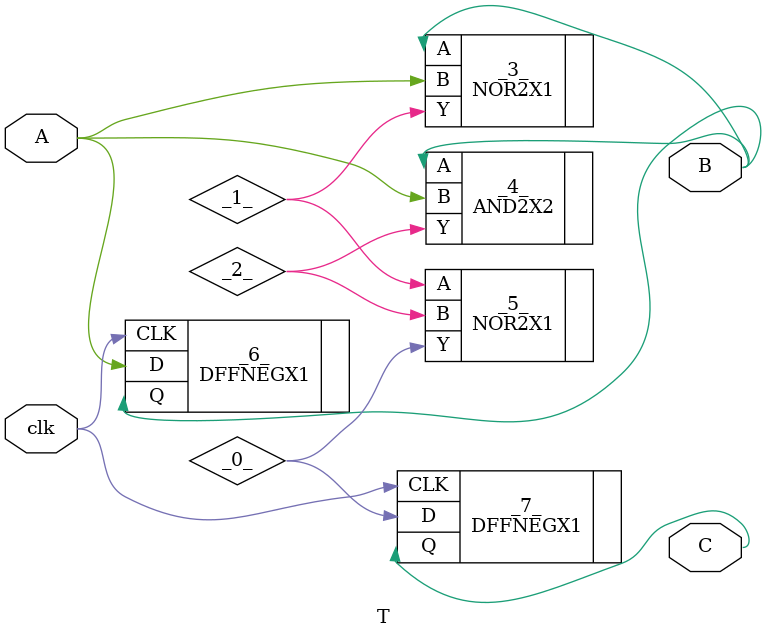
<source format=v>
/* Generated by Yosys 0.7 (git sha1 61f6811, gcc 6.2.0-11ubuntu1 -O2 -fdebug-prefix-map=/build/yosys-OIL3SR/yosys-0.7=. -fstack-protector-strong -fPIC -Os) */

(* top =  1  *)
(* src = "T.v:3" *)
module T(clk, A, B, C);
  (* src = "T.v:5" *)
  wire _0_;
  wire _1_;
  wire _2_;
  (* src = "T.v:3" *)
  input A;
  (* src = "T.v:3" *)
  output B;
  (* src = "T.v:3" *)
  output C;
  (* src = "T.v:3" *)
  input clk;
  NOR2X1 _3_ (
    .A(B),
    .B(A),
    .Y(_1_)
  );
  AND2X2 _4_ (
    .A(B),
    .B(A),
    .Y(_2_)
  );
  NOR2X1 _5_ (
    .A(_1_),
    .B(_2_),
    .Y(_0_)
  );
  DFFNEGX1 _6_ (
    .CLK(clk),
    .D(A),
    .Q(B)
  );
  DFFNEGX1 _7_ (
    .CLK(clk),
    .D(_0_),
    .Q(C)
  );
endmodule

</source>
